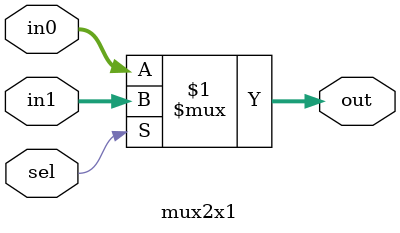
<source format=v>
module mux2x1(in0, in1, sel, out);

input [31:0]in0, in1;
input sel;
output [31:0]out;

assign out = sel ? in1 : in0;

endmodule


</source>
